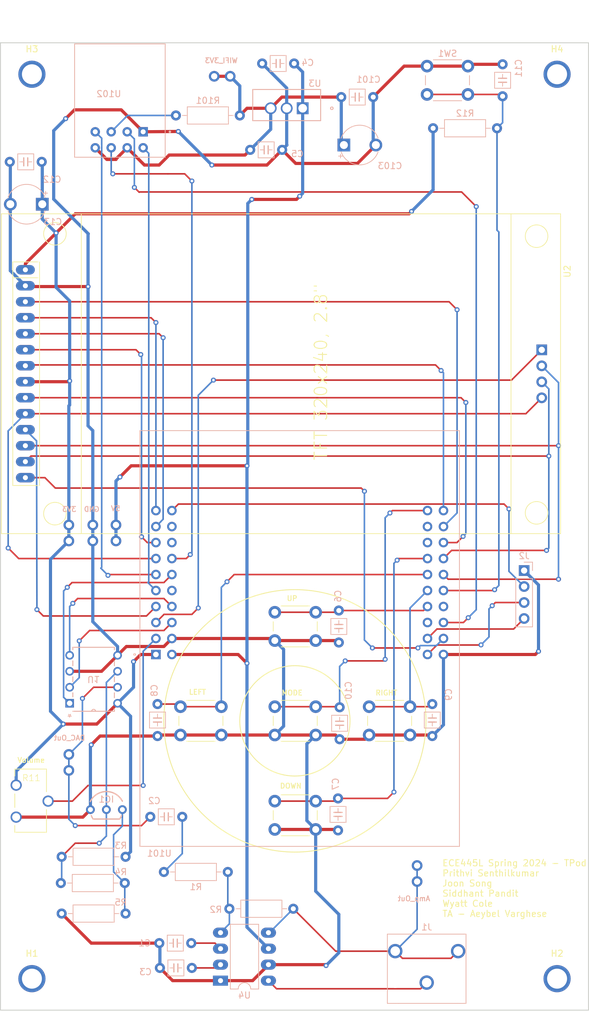
<source format=kicad_pcb>
(kicad_pcb (version 20221018) (generator pcbnew)
  (title_block (title "ECE 445L Baseline Project") (date "2023-12-11") (rev "v1.0.0") (company "The University of Texas at Austin"))
  (layers (0 "F.Cu" signal) (31 "B.Cu" signal) (34 "B.Paste" user) (35 "F.Paste" user) (36 "B.SilkS" user "B.Silkscreen") (37 "F.SilkS" user "F.Silkscreen") (38 "B.Mask" user) (39 "F.Mask" user) (44 "Edge.Cuts" user))
  (net 0 "")
  (net 1 "/WIFI_3V3")
  (net 2 "GND")
  (net 3 "+3V3")
  (net 4 "Net-(U102-IO0)")
  (net 5 "/SW_UP")
  (net 6 "/SW_DOWN")
  (net 7 "/SW_LEFT")
  (net 8 "/SW_RIGHT")
  (net 9 "/SW_MODE")
  (net 10 "Net-(J1-sleeve)")
  (net 11 "/SDC_CS")
  (net 12 "/WIFI_TXD")
  (net 13 "/WIFI_RXD")
  (net 14 "/SS2_SCLK")
  (net 15 "/TFT_MOSI")
  (net 16 "/TFT_D{slash}C")
  (net 17 "/TFT_RST")
  (net 18 "/Touch_CS")
  (net 19 "/WIFI_IO2")
  (net 21 "/SS2_TX")
  (net 22 "/SS2_RX")
  (net 23 "/TFT_MISO")
  (net 24 "/TFT_CS")
  (net 25 "/TFT_SCK")
  (net 26 "+5V")
  (net 28 "/~{WIFI_RST}")
  (net 34 "Net-(C2-Pad1)")
  (net 35 "/DAC_Out")
  (net 36 "/RST")
  (net 37 "Net-(IC1-Pad1)")
  (net 38 "/VREF")
  (net 39 "/Volume_Ctrl")
  (net 40 "/RED_LED")
  (net 41 "/BLUE_LED")
  (net 42 "/GREEN_LED")
  (net 43 "/Amp_Out")
  (net 44 "/SSI1_TX")
  (net 45 "/SS1_SCLK")
  (net 46 "/SS1_FS")
  (net 47 "/Touch_IRQ")
  (net 48 "Net-(U4-FC1)")
  (net 49 "Net-(U4-FC2)")
  (net 50 "Net-(U4-VIN)")
  (footprint "ECE445L:MountingHole_4_40" (layer "F.Cu") (at 104.106 25.205)
    (fp_text reference "H3")
    (fp_text value "~")
  )
  (footprint "Button_Switch_THT:SW_PUSH_6mm" (layer "F.Cu") (at 130.975 127.91 180)
    (fp_text reference "SW103" hide)
    (fp_text value "LEFT")
  )
  (footprint "Button_Switch_THT:SW_PUSH_6mm" (layer "F.Cu") (at 145.975 112.91 180)
    (fp_text reference "SW101" hide)
    (fp_text value "UP")
  )
  (footprint "Button_Switch_THT:SW_PUSH_6mm" (layer "F.Cu") (at 145.975 142.91 180)
    (fp_text reference "SW102" hide)
    (fp_text value "DOWN")
  )
  (footprint "ECE445L:MountingHole_4_40" (layer "F.Cu") (at 187.606 168.862)
    (fp_text reference "H2")
    (fp_text value "~")
  )
  (footprint "ECE445L:MountingHole_4_40" (layer "F.Cu") (at 104.106 168.862)
    (fp_text reference "H1")
    (fp_text value "~")
  )
  (footprint "ECE445L:TFT-320x240" (layer "F.Cu") (at 103.066 72.771 -90)
    (fp_text reference "U2")
    (fp_text value "ILI_Display")
  )
  (footprint "Button_Switch_THT:SW_PUSH_6mm" (layer "F.Cu") (at 145.975 127.91 180)
    (fp_text reference "SW105" hide)
    (fp_text value "MODE")
  )
  (footprint "ECE445L:MountingHole_4_40" (layer "F.Cu") (at 187.606 25.205)
    (fp_text reference "H4")
    (fp_text value "~")
  )
  (footprint "Button_Switch_THT:SW_PUSH_6mm" (layer "F.Cu") (at 160.975 127.91 180)
    (fp_text reference "SW104" hide)
    (fp_text value "RIGHT")
  )
  (footprint "ECE445L:Potentiometer" (layer "F.Cu") (at 102.87 140.6595)
    (fp_text reference "R11")
    (fp_text value "10k")
  )
  (footprint "ECE445L:ti_LM4041CILPR" (layer "B.Cu") (at 115.947 142.008 180)
    (fp_text reference "IC1")
    (fp_text value "LM4041CILPR")
  )
  (footprint "Resistor_THT:R_Axial_DIN0207_L6.3mm_D2.5mm_P10.16mm_Horizontal" (layer "B.Cu") (at 135.505 157.756)
    (fp_text reference "R2")
    (fp_text value "10k")
  )
  (footprint "Resistor_THT:R_Axial_DIN0207_L6.3mm_D2.5mm_P10.16mm_Horizontal" (layer "B.Cu") (at 125.091 151.914)
    (fp_text reference "R1")
    (fp_text value "20k")
  )
  (footprint "ECE445L:CP_Radial_Tantal200mil" (layer "B.Cu") (at 153.71 36.449)
    (fp_text reference "C103")
    (fp_text value "4.7uF")
  )
  (footprint "ECE445L:C_Axial_200mil" (layer "B.Cu") (at 145.796 23.495 180)
    (fp_text reference "C4")
    (fp_text value "4.7uF")
  )
  (footprint "ECE445L:Jack_3.5mm_CUI_SJ1-3523N_Horizontal" (layer "B.Cu") (at 166.874 169.487 180)
    (fp_text reference "J1")
    (fp_text value "AudioJack")
  )
  (footprint "Resistor_THT:R_Axial_DIN0207_L6.3mm_D2.5mm_P10.16mm_Horizontal" (layer "B.Cu") (at 118.995 149.501 180)
    (fp_text reference "R3")
    (fp_text value "2k")
  )
  (footprint "ECE445L:C_Axial_200mil" (layer "B.Cu") (at 178.943 28.702 90)
    (fp_text reference "C11")
    (fp_text value "0.1uF")
  )
  (footprint "ECE445L:Testpoint_1x02_P2.54mm" (layer "B.Cu") (at 117.471 96.791 180)
    (fp_text reference "TP4" hide)
    (fp_text value "TP" hide)
  )
  (footprint "ECE445L:C_Axial_200mil" (layer "B.Cu") (at 138.811 37.211)
    (fp_text reference "C5")
    (fp_text value "4.7uF")
  )
  (footprint "ECE445L:C_Axial_200mil" (layer "B.Cu") (at 152.904 110.385 -90)
    (fp_text reference "C6")
    (fp_text value "0.1uF")
  )
  (footprint "Resistor_THT:R_Axial_DIN0207_L6.3mm_D2.5mm_P10.16mm_Horizontal" (layer "B.Cu") (at 118.995 158.518 180)
    (fp_text reference "R5")
    (fp_text value "10k")
  )
  (footprint "ECE445L:C_Axial_200mil" (layer "B.Cu") (at 129.4415 163.217 180)
    (fp_text reference "C1")
    (fp_text value "1uF")
  )
  (footprint "ECE445L:ul_TLV5616CP" (layer "B.Cu") (at 117.725 117.497)
    (fp_text reference "U1")
    (fp_text value "TLV5616CP")
  )
  (footprint "Button_Switch_THT:SW_PUSH_6mm" (layer "B.Cu") (at 173.428 23.912 180)
    (fp_text reference "SW1")
    (fp_text value "RESET")
  )
  (footprint "ECE445L:C_Axial_200mil" (layer "B.Cu") (at 128.012 143.151 180)
    (fp_text reference "C2")
    (fp_text value "0.1uF")
  )
  (footprint "ECE445L:C_Axial_200mil" (layer "B.Cu") (at 153.031 125.752 -90)
    (fp_text reference "C10")
    (fp_text value "0.1uF")
  )
  (footprint "ECE445L:C_Axial_200mil" (layer "B.Cu") (at 105.664 39.116 180)
    (fp_text reference "C12")
    (fp_text value "100nF")
  )
  (footprint "Resistor_THT:R_Axial_DIN0207_L6.3mm_D2.5mm_P10.16mm_Horizontal" (layer "B.Cu") (at 137.16 31.75 180)
    (fp_text reference "R101")
    (fp_text value "10k")
  )
  (footprint "Resistor_THT:R_Axial_DIN0207_L6.3mm_D2.5mm_P10.16mm_Horizontal" (layer "B.Cu") (at 178.054 33.782 180)
    (fp_text reference "R12")
    (fp_text value "10k")
  )
  (footprint "ECE445L:PinHeader_1x04_P2.54mm_Vertical" (layer "B.Cu") (at 182.368 104.035 180)
    (fp_text reference "J2")
    (fp_text value "Header_4")
  )
  (footprint "ECE445L:Testpoint_1x02_P2.54mm" (layer "B.Cu") (at 133.091 25.527 -90)
    (fp_text reference "TP7" hide)
    (fp_text value "TP" hide)
  )
  (footprint "ECE445L:DIP-8_W7.62mm_LongPads" (layer "B.Cu") (at 134.093 169.176)
    (fp_text reference "U4")
    (fp_text value "MCP34119P")
  )
  (footprint "ECE445L:C_Axial_200mil" (layer "B.Cu") (at 129.536 167.154 180)
    (fp_text reference "C3")
    (fp_text value "4.7uF")
  )
  (footprint "ECE445L:Testpoint_1x02_P2.54mm" (layer "B.Cu") (at 113.788 96.796 180)
    (fp_text reference "TP6" hide)
    (fp_text value "TP" hide)
  )
  (footprint "ECE445L:Testpoint_1x02_P2.54mm" (layer "B.Cu") (at 165.35 150.893 180)
    (fp_text reference "TP3" hide)
    (fp_text value "TP" hide)
  )
  (footprint "ECE445L:ai_thinker_ESP8266_01" (layer "B.Cu") (at 117.983 26.035 180)
    (fp_text reference "U102")
    (fp_text value "ESP8266-01/ESP-01")
  )
  (footprint "ECE445L:C_Axial_200mil" (layer "B.Cu") (at 124.075 125.244 -90)
    (fp_text reference "C8")
    (fp_text value "0.1uF")
  )
  (footprint "ECE445L:LM2937" (layer "B.Cu") (at 147.1549 30.607 180)
    (fp_text reference "U3")
    (fp_text value "LM2937xMP")
  )
  (footprint "ECE445L:C_Axial_200mil" (layer "B.Cu") (at 167.763 125.244 -90)
    (fp_text reference "C9")
    (fp_text value "0.1uF")
  )
  (footprint "ECE445L:ti_EKTM4C123GXL" (layer "B.Cu") (at 146.681 114.83)
    (fp_text reference "U101")
    (fp_text value "EK-TM4C123GXL")
  )
  (footprint "Resistor_THT:R_Axial_DIN0207_L6.3mm_D2.5mm_P10.16mm_Horizontal" (layer "B.Cu") (at 108.708 153.672903)
    (fp_text reference "R4")
    (fp_text value "47k")
  )
  (footprint "ECE445L:C_Axial_200mil" (layer "B.Cu") (at 152.777 140.23 -90)
    (fp_text reference "C7")
    (fp_text value "0.1uF")
  )
  (footprint "ECE445L:Testpoint_1x02_P2.54mm" (layer "B.Cu") (at 109.978 133.245 180)
    (fp_text reference "TP2" hide)
    (fp_text value "TP" hide)
  )
  (footprint "ECE445L:Testpoint_1x02_P2.54mm" (layer "B.Cu") (at 109.978 96.796 180)
    (fp_text reference "TP5" hide)
    (fp_text value "TP" hide)
  )
  (footprint "ECE445L:C_Axial_200mil" (layer "B.Cu") (at 153.289 28.829)
    (fp_text reference "C101")
    (fp_text value "100nF")
  )
  (footprint "ECE445L:CP_Radial_Tantal200mil" (layer "B.Cu") (at 105.751 45.847 180)
    (fp_text reference "C13")
    (fp_text value "4.7uF")
  )
  (gr_circle (center 145.919 127.911) (end 163.826 138.579) (stroke (width 0.15)) (fill none) (layer "F.SilkS"))
  (gr_circle (center 145.919 127.911) (end 137.156 128.038) (stroke (width 0.15)) (fill none) (layer "F.SilkS"))
  (gr_rect (start 99.106 20.205) (end 192.606 173.862) (stroke (width 0.15)) (fill none) (layer "Edge.Cuts"))
  (gr_text "5V" (at 118.233 94.637) (layer "B.SilkS") (effects (font (size 0.8 0.8) (thickness 0.15) bold) (justify left bottom mirror)))
  (gr_text "WIFI_3V3" (at 136.906 23.495) (layer "B.SilkS") (effects (font (size 0.8 0.8) (thickness 0.15) bold) (justify left bottom mirror)))
  (gr_text "3V3" (at 111.248 94.764) (layer "B.SilkS") (effects (font (size 0.8 0.8) (thickness 0.15) bold) (justify left bottom mirror)))
  (gr_text "DAC_Out" (at 112.645 131.086) (layer "B.SilkS") (effects (font (size 0.8 0.8) (thickness 0.15) bold) (justify left bottom mirror)))
  (gr_text "Amp_Out" (at 167.509 156.613) (layer "B.SilkS") (effects (font (size 0.8 0.8) (thickness 0.15) bold) (justify left bottom mirror)))
  (gr_text "GND" (at 114.931 94.764) (layer "B.SilkS") (effects (font (size 0.8 0.8) (thickness 0.15) bold) (justify left bottom mirror)))
  (gr_text "ECE445L Spring 2024 - TPod\nPrithvi Senthilkumar\nJoon Song\nSiddhant Pandit\nWyatt Cole\nTA - Aeybel Varghese" (at 169.291 159.131) (layer "F.SilkS") (effects (font (size 1 1) (thickness 0.15) bold) (justify left bottom)))
  (gr_text "Volume" (at 101.727 134.62) (layer "F.SilkS") (effects (font (size 0.8 0.8) (thickness 0.15) bold) (justify left bottom)))
  (segment (start 135.631 25.527) (end 133.091 25.527) (width 0.5) (layer "F.Cu") (net 1))
  (segment (start 119.253 36.885) (end 117.475 38.663) (width 0.5) (layer "F.Cu") (net 1))
  (segment (start 116.023 38.735) (end 114.173 36.885) (width 0.5) (layer "F.Cu") (net 1))
  (segment (start 125.922 38.035) (end 124.333 39.624) (width 0.5) (layer "F.Cu") (net 1))
  (segment (start 137.987 38.035) (end 125.922 38.035) (width 0.5) (layer "F.Cu") (net 1))
  (segment (start 124.333 39.624) (end 121.992 39.624) (width 0.5) (layer "F.Cu") (net 1))
  (segment (start 121.992 39.624) (end 119.253 36.885) (width 0.5) (layer "F.Cu") (net 1))
  (segment (start 142.0749 30.607) (end 143.8529 28.829) (width 0.5) (layer "F.Cu") (net 1))
  (segment (start 138.811 37.211) (end 137.987 38.035) (width 0.5) (layer "F.Cu") (net 1))
  (segment (start 117.475 38.735) (end 116.023 38.735) (width 0.5) (layer "F.Cu") (net 1))
  (segment (start 117.475 38.663) (end 117.475 38.735) (width 0.5) (layer "F.Cu") (net 1))
  (segment (start 142.0749 30.607) (end 138.303 30.607) (width 0.5) (layer "F.Cu") (net 1))
  (segment (start 143.8529 28.829) (end 153.289 28.829) (width 0.5) (layer "F.Cu") (net 1))
  (segment (start 138.303 30.607) (end 137.16 31.75) (width 0.5) (layer "F.Cu") (net 1))
  (segment (start 153.289 28.829) (end 153.289 36.028) (width 0.5) (layer "B.Cu") (net 1))
  (segment (start 142.0749 30.607) (end 142.0749 33.9471) (width 0.5) (layer "B.Cu") (net 1))
  (segment (start 137.16 27.056) (end 135.631 25.527) (width 0.5) (layer "B.Cu") (net 1))
  (segment (start 153.289 36.028) (end 153.71 36.449) (width 0.5) (layer "B.Cu") (net 1))
  (segment (start 142.0749 33.9471) (end 138.811 37.211) (width 0.5) (layer "B.Cu") (net 1))
  (segment (start 137.16 31.75) (end 137.16 27.056) (width 0.5) (layer "B.Cu") (net 1))
  (segment (start 134.093 169.176) (end 126.478 169.176) (width 0.5) (layer "F.Cu") (net 2))
  (segment (start 169.541 117.37) (end 184.146 117.37) (width 0.5) (layer "F.Cu") (net 2))
  (segment (start 132.715 39.624) (end 141.478 39.624) (width 0.5) (layer "F.Cu") (net 2))
  (segment (start 126.478 169.176) (end 124.456 167.154) (width 0.5) (layer "F.Cu") (net 2))
  (segment (start 157.053 130.832) (end 157.725 130.16) (width 0.5) (layer "F.Cu") (net 2))
  (segment (start 166.928 23.912) (end 163.286 23.912) (width 0.5) (layer "F.Cu") (net 2))
  (segment (start 150.872 166.773) (end 150.735 166.636) (width 0.5) (layer "F.Cu") (net 2))
  (segment (start 126.361 114.83) (end 142.395 114.83) (width 0.5) (layer "F.Cu") (net 2))
  (segment (start 114.931 130.324) (end 113.534 131.721) (width 0.5) (layer "F.Cu") (net 2))
  (segment (start 141.713 166.661) (end 139.198 169.176) (width 0.5) (layer "F.Cu") (net 2))
  (segment (start 109.474 32.258) (end 110.871 30.861) (width 0.5) (layer "F.Cu") (net 2))
  (segment (start 142.725 130.16) (end 134.225 130.16) (width 0.5) (layer "F.Cu") (net 2))
  (segment (start 149.225 145.16) (end 142.725 145.16) (width 0.5) (layer "F.Cu") (net 2))
  (segment (start 149.225 145.16) (end 152.627 145.16) (width 0.5) (layer "F.Cu") (net 2))
  (segment (start 113.407 142.008) (end 112.2155 143.1995) (width 0.5) (layer "F.Cu") (net 2))
  (segment (start 164.225 130.16) (end 167.599 130.16) (width 0.5) (layer "F.Cu") (net 2))
  (segment (start 119.122 116.1) (end 125.091 116.1) (width 0.5) (layer "F.Cu") (net 2))
  (segment (start 173.718 23.622) (end 173.428 23.912) (width 0.5) (layer "F.Cu") (net 2))
  (segment (start 118.309 30.861) (end 121.793 34.345) (width 0.5) (layer "F.Cu") (net 2))
  (segment (start 124.239 130.16) (end 124.075 130.324) (width 0.5) (layer "F.Cu") (net 2))
  (segment (start 117.725 117.497) (end 115.185 120.037) (width 0.5) (layer "F.Cu") (net 2))
  (segment (start 141.713 166.636) (end 141.713 166.661) (width 0.5) (layer "F.Cu") (net 2))
  (segment (start 142.395 114.83) (end 142.725 115.16) (width 0.5) (layer "F.Cu") (net 2))
  (segment (start 124.3615 163.217) (end 113.534 163.217) (width 0.5) (layer "F.Cu") (net 2))
  (segment (start 152.599 115.16) (end 152.904 115.465) (width 0.5) (layer "F.Cu") (net 2))
  (segment (start 110.871 30.861) (end 118.309 30.861) (width 0.5) (layer "F.Cu") (net 2))
  (segment (start 115.185 120.037) (end 110.105 120.037) (width 0.5) (layer "F.Cu") (net 2))
  (segment (start 143.891 37.211) (end 146.05 39.37) (width 0.5) (layer "F.Cu") (net 2))
  (segment (start 149.225 130.16) (end 152.359 130.16) (width 0.5) (layer "F.Cu") (net 2))
  (segment (start 121.793 34.345) (end 127.381 34.29) (width 0.5) (layer "F.Cu") (net 2))
  (segment (start 141.478 39.624) (end 143.891 37.211) (width 0.5) (layer "F.Cu") (net 2))
  (segment (start 173.428 23.912) (end 166.928 23.912) (width 0.5) (layer "F.Cu") (net 2))
  (segment (start 125.091 116.1) (end 126.361 114.83) (width 0.5) (layer "F.Cu") (net 2))
  (segment (start 150.735 166.636) (end 141.713 166.636) (width 0.5) (layer "F.Cu") (net 2))
  (segment (start 163.286 23.912) (end 158.369 28.829) (width 0.5) (layer "F.Cu") (net 2))
  (segment (start 113.534 163.217) (end 108.835 158.518) (width 0.5) (layer "F.Cu") (net 2))
  (segment (start 157.725 130.16) (end 164.225 130.16) (width 0.5) (layer "F.Cu") (net 2))
  (segment (start 117.725 117.497) (end 119.122 116.1) (width 0.5) (layer "F.Cu") (net 2))
  (segment (start 178.943 23.622) (end 173.718 23.622) (width 0.5) (layer "F.Cu") (net 2))
  (segment (start 139.198 169.176) (end 134.093 169.176) (width 0.5) (layer "F.Cu") (net 2))
  (segment (start 142.725 130.16) (end 149.225 130.16) (width 0.5) (layer "F.Cu") (net 2))
  (segment (start 152.627 145.16) (end 152.777 145.31) (width 0.5) (layer "F.Cu") (net 2))
  (segment (start 152.359 130.16) (end 153.031 130.832) (width 0.5) (layer "F.Cu") (net 2))
  (segment (start 167.599 130.16) (end 167.763 130.324) (width 0.5) (layer "F.Cu") (net 2))
  (segment (start 184.146 117.37) (end 184.654 116.862) (width 0.5) (layer "F.Cu") (net 2))
  (segment (start 149.225 115.16) (end 152.599 115.16) (width 0.5) (layer "F.Cu") (net 2))
  (segment (start 155.869 39.37) (end 158.79 36.449) (width 0.5) (layer "F.Cu") (net 2))
  (segment (start 113.03 58.928) (end 103.721 58.928) (width 0.5) (layer "F.Cu") (net 2))
  (segment (start 146.05 39.37) (end 155.869 39.37) (width 0.5) (layer "F.Cu") (net 2))
  (segment (start 127.381 34.29) (end 127.436 34.345) (width 0.5) (layer "F.Cu") (net 2))
  (segment (start 142.725 115.16) (end 149.225 115.16) (width 0.5) (layer "F.Cu") (net 2))
  (segment (start 134.225 130.16) (end 127.725 130.16) (width 0.5) (layer "F.Cu") (net 2))
  (segment (start 127.725 130.16) (end 124.239 130.16) (width 0.5) (layer "F.Cu") (net 2))
  (segment (start 124.075 130.324) (end 114.931 130.324) (width 0.5) (layer "F.Cu") (net 2))
  (segment (start 112.2155 143.1995) (end 101.6 143.1995) (width 0.5) (layer "F.Cu") (net 2))
  (segment (start 153.031 130.832) (end 157.053 130.832) (width 0.5) (layer "F.Cu") (net 2))
  (via (at 109.474 32.258) (size 0.8) (drill 0.4) (layers "F.Cu" "B.Cu") (net 2))
  (via (at 132.715 39.624) (size 0.8) (drill 0.4) (layers "F.Cu" "B.Cu") (net 2))
  (via (at 113.534 131.721) (size 0.8) (drill 0.4) (layers "F.Cu" "B.Cu") (net 2))
  (via (at 127.381 34.29) (size 0.8) (drill 0.4) (layers "F.Cu" "B.Cu") (net 2))
  (via (at 113.03 58.928) (size 0.8) (drill 0.4) (layers "F.Cu" "B.Cu") (net 2))
  (via (at 150.872 166.773) (size 0.8) (drill 0.4) (layers "F.Cu" "B.Cu") (net 2))
  (via (at 184.654 116.862) (size 0.8) (drill 0.4) (layers "F.Cu" "B.Cu") (net 2))
  (segment (start 152.904 164.741) (end 150.872 166.773) (width 0.5) (layer "B.Cu") (net 2))
  (segment (start 144.6149 27.3939) (end 140.716 23.495) (width 0.5) (layer "B.Cu") (net 2))
  (segment (start 113.407 131.848) (end 113.407 142.008) (width 0.5) (layer "B.Cu") (net 2))
  (segment (start 113.07 50.546) (end 107.569 45.045) (width 0.5) (layer "B.Cu") (net 2))
  (segment (start 169.541 128.546) (end 169.541 117.37) (width 0.5) (layer "B.Cu") (net 2))
  (segment (start 113.788 81.81) (end 113.788 96.796) (width 0.5) (layer "B.Cu") (net 2))
  (segment (start 100.671 45.847) (end 100.671 39.203) (width 0.5) (layer "B.Cu") (net 2))
  (segment (start 152.904 158.645) (end 152.904 164.741) (width 0.5) (layer "B.Cu") (net 2))
  (segment (start 113.534 131.721) (end 113.407 131.848) (width 0.5) (layer "B.Cu") (net 2))
  (segment (start 113.788 99.336) (end 113.788 96.796) (width 0.5) (layer "B.Cu") (net 2))
  (segment (start 107.569 45.045) (end 107.569 34.163) (width 0.5) (layer "B.Cu") (net 2))
  (segment (start 144.6149 36.4109) (end 144.6149 30.607) (width 0.5) (layer "B.Cu") (net 2))
  (segment (start 100.671 39.203) (end 100.584 39.116) (width 0.5) (layer "B.Cu") (net 2))
  (segment (start 113.03 58.928) (end 113.03 50.586) (width 0.5) (layer "B.Cu") (net 2))
  (segment (start 113.03 81.052) (end 113.788 81.81) (width 0.5) (layer "B.Cu") (net 2))
  (segment (start 158.369 28.829) (end 158.369 36.028) (width 0.5) (layer "B.Cu") (net 2))
  (segment (start 144.6149 30.607) (end 144.6149 27.3939) (width 0.5) (layer "B.Cu") (net 2))
  (segment (start 149.225 154.966) (end 152.904 158.645) (width 0.5) (layer "B.Cu") (net 2))
  (segment (start 144.125 116.56) (end 144.125 128.76) (width 0.5) (layer "B.Cu") (net 2))
  (segment (start 113.03 50.586) (end 113.07 50.546) (width 0.5) (layer "B.Cu") (net 2))
  (segment (start 184.654 106.321) (end 182.368 104.035) (width 0.5) (layer "B.Cu") (net 2))
  (segment (start 117.725 117.497) (end 117.725 116.1) (width 0.5) (layer "B.Cu") (net 2))
  (segment (start 144.125 128.76) (end 142.725 130.16) (width 0.5) (layer "B.Cu") (net 2))
  (segment (start 144.653 36.449) (end 144.6149 36.4109) (width 0.5) (layer "B.Cu") (net 2))
  (segment (start 142.725 115.16) (end 144.125 116.56) (width 0.5) (layer "B.Cu") (net 2))
  (segment (start 127.381 34.29) (end 132.715 39.624) (width 0.5) (layer "B.Cu") (net 2))
  (segment (start 149.225 145.16) (end 149.225 154.966) (width 0.5) (layer "B.Cu") (net 2))
  (segment (start 143.891 37.211) (end 144.653 36.449) (width 0.5) (layer "B.Cu") (net 2))
  (segment (start 124.456 163.3115) (end 124.3615 163.217) (width 0.5) (layer "B.Cu") (net 2))
  (segment (start 100.671 56.406) (end 100.671 45.847) (width 0.5) (layer "B.Cu") (net 2))
  (segment (start 149.225 130.16) (end 147.825 131.56) (width 0.5) (layer "B.Cu") (net 2))
  (segment (start 184.654 116.862) (end 184.654 106.321) (width 0.5) (layer "B.Cu") (net 2))
  (segment (start 147.825 143.76) (end 149.225 145.16) (width 0.5) (layer "B.Cu") (net 2))
  (segment (start 103.066 58.801) (end 100.671 56.406) (width 0.5) (layer "B.Cu") (net 2))
  (segment (start 113.03 58.928) (end 113.03 81.052) (width 0.5) (layer "B.Cu") (net 2))
  (segment (start 113.788 112.163) (end 113.788 99.336) (width 0.5) (layer "B.Cu") (net 2))
  (segment (start 147.825 131.56) (end 147.825 143.76) (width 0.5) (layer "B.Cu") (net 2))
  (segment (start 117.725 116.1) (end 113.788 112.163) (width 0.5) (layer "B.Cu") (net 2))
  (segment (start 158.369 36.028) (end 158.79 36.449) (width 0.5) (layer "B.Cu") (net 2))
  (segment (start 107.569 34.163) (end 109.474 32.258) (width 0.5) (layer "B.Cu") (net 2))
  (segment (start 124.456 167.154) (end 124.456 163.3115) (width 0.5) (layer "B.Cu") (net 2))
  (segment (start 167.763 130.324) (end 169.541 128.546) (width 0.5) (layer "B.Cu") (net 2))
  (segment (start 110.998 47.371) (end 164.084 47.371) (width 0.5) (layer "F.Cu") (net 3))
  (segment (start 107.95 50.419) (end 103.066 55.303) (width 0.5) (layer "F.Cu") (net 3))
  (segment (start 110.109 73.914) (end 109.982 74.041) (width 0.5) (layer "F.Cu") (net 3))
  (segment (start 164.084 47.371) (end 164.465 46.99) (width 0.5) (layer "F.Cu") (net 3))
  (segment (start 114.423 128.419) (end 109.089 128.419) (width 0.5) (layer "F.Cu") (net 3))
  (segment (start 107.95 50.419) (end 107.823 50.292) (width 0.5) (layer "F.Cu") (net 3))
  (segment (start 109.982 74.041) (end 103.594 74.041) (width 0.5) (layer "F.Cu") (net 3))
  (segment (start 121.408 117.37) (end 120.265 118.513) (width 0.5) (layer "F.Cu") (net 3))
  (segment (start 123.821 117.37) (end 121.408 117.37) (width 0.5) (layer "F.Cu") (net 3))
  (segment (start 103.066 55.303) (end 103.066 55.733) (width 0.5) (layer "F.Cu") (net 3))
  (segment (start 117.725 125.117) (end 114.423 128.419) (width 0.5) (layer "F.Cu") (net 3))
  (segment (start 107.95 50.419) (end 110.998 47.371) (width 0.5) (layer "F.Cu") (net 3))
  (via (at 107.95 50.419) (size 0.8) (drill 0.4) (layers "F.Cu" "B.Cu") (net 3))
  (via (at 120.265 118.513) (size 0.8) (drill 0.4) (layers "F.Cu" "B.Cu") (net 3))
  (via (at 164.465 46.99) (size 0.8) (drill 0.4) (layers "F.Cu" "B.Cu") (net 3))
  (via (at 109.089 128.419) (size 0.8) (drill 0.4) (layers "F.Cu" "B.Cu") (net 3))
  (via (at 110.109 73.914) (size 0.8) (drill 0.4) (layers "F.Cu" "B.Cu") (net 3))
  (segment (start 107.95 50.419) (end 107.95 50.586) (width 0.5) (layer "B.Cu") (net 3))
  (segment (start 107.95 59.055) (end 107.95 50.419) (width 0.5) (layer "B.Cu") (net 3))
  (segment (start 107.057 126.387) (end 107.057 102.257) (width 0.5) (layer "B.Cu") (net 3))
  (segment (start 120.265 122.577) (end 117.725 125.117) (width 0.5) (layer "B.Cu") (net 3))
  (segment (start 105.751 45.847) (end 105.751 39.203) (width 0.5) (layer "B.Cu") (net 3))
  (segment (start 110.109 77.742) (end 109.978 77.873) (width 0.5) (layer "B.Cu") (net 3))
  (segment (start 107.057 102.257) (end 109.978 99.336) (width 0.5) (layer "B.Cu") (net 3))
  (segment (start 164.465 46.99) (end 167.894 43.561) (width 0.5) (layer "B.Cu") (net 3))
  (segment (start 105.751 48.22) (end 105.751 45.847) (width 0.5) (layer "B.Cu") (net 3))
  (segment (start 109.978 99.336) (end 109.978 96.796) (width 0.5) (layer "B.Cu") (net 3))
  (segment (start 119.794999 127.186999) (end 119.794999 148.701001) (width 0.5) (layer "B.Cu") (net 3))
  (segment (start 107.95 50.419) (end 105.751 48.22) (width 0.5) (layer "B.Cu") (net 3))
  (segment (start 110.109 73.914) (end 110.109 77.742) (width 0.5) (layer "B.Cu") (net 3))
  (segment (start 101.6 135.908) (end 101.6 138.1195) (width 0.5) (layer "B.Cu") (net 3))
  (segment (start 167.894 43.561) (end 167.894 33.782) (width 0.5) (layer "B.Cu") (net 3))
  (segment (start 110.109 73.914) (end 110.109 61.214) (width 0.5) (layer "B.Cu") (net 3))
  (segment (start 105.751 39.203) (end 105.664 39.116) (width 0.5) (layer "B.Cu") (net 3))
  (segment (start 117.725 125.117) (end 119.794999 127.186999) (width 0.5) (layer "B.Cu") (net 3))
  (segment (start 109.978 77.873) (end 109.978 96.796) (width 0.5) (layer "B.Cu") (net 3))
  (segment (start 110.109 61.214) (end 107.95 59.055) (width 0.5) (layer "B.Cu") (net 3))
  (segment (start 109.089 128.419) (end 107.057 126.387) (width 0.5) (layer "B.Cu") (net 3))
  (segment (start 109.089 128.419) (end 101.6 135.908) (width 0.5) (layer "B.Cu") (net 3))
  (segment (start 120.265 118.513) (end 120.265 122.577) (width 0.5) (layer "B.Cu") (net 3))
  (segment (start 119.794999 148.701001) (end 118.995 149.501) (width 0.5) (layer "B.Cu") (net 3))
  (segment (start 119.308 31.75) (end 127 31.75) (width 0.25) (layer "B.Cu") (net 4))
  (segment (start 116.713 34.345) (end 119.308 31.75) (width 0.25) (layer "B.Cu") (net 4))
  (segment (start 142.725 110.66) (end 149.225 110.66) (width 0.25) (layer "F.Cu") (net 5))
  (segment (start 152.629 110.66) (end 152.904 110.385) (width 0.25) (layer "F.Cu") (net 5))
  (segment (start 166.366 110.385) (end 167.001 109.75) (width 0.25) (layer "F.Cu") (net 5))
  (segment (start 152.904 110.385) (end 166.366 110.385) (width 0.25) (layer "F.Cu") (net 5))
  (segment (start 149.225 110.66) (end 152.629 110.66) (width 0.25) (layer "F.Cu") (net 5))
  (segment (start 149.225 140.66) (end 152.347 140.66) (width 0.25) (layer "F.Cu") (net 6))
  (segment (start 161.667 139.214) (end 160.651 140.23) (width 0.25) (layer "F.Cu") (net 6))
  (segment (start 162.429 102.13) (end 167.001 102.13) (width 0.25) (layer "F.Cu") (net 6))
  (segment (start 162.175 102.384) (end 162.429 102.13) (width 0.25) (layer "F.Cu") (net 6))
  (segment (start 160.651 140.23) (end 152.777 140.23) (width 0.25) (layer "F.Cu") (net 6))
  (segment (start 152.347 140.66) (end 152.777 140.23) (width 0.25) (layer "F.Cu") (net 6))
  (segment (start 142.725 140.66) (end 149.225 140.66) (width 0.25) (layer "F.Cu") (net 6))
  (via (at 161.667 139.214) (size 0.8) (drill 0.4) (layers "F.Cu" "B.Cu") (net 6))
  (via (at 162.175 102.384) (size 0.8) (drill 0.4) (layers "F.Cu" "B.Cu") (net 6))
  (segment (start 161.667 102.892) (end 162.175 102.384) (width 0.25) (layer "B.Cu") (net 6))
  (segment (start 161.667 139.214) (end 161.667 102.892) (width 0.25) (layer "B.Cu") (net 6))
  (segment (start 135.124 105.813) (end 136.267 104.67) (width 0.25) (layer "F.Cu") (net 7))
  (segment (start 127.309 125.244) (end 127.725 125.66) (width 0.25) (layer "F.Cu") (net 7))
  (segment (start 124.075 125.244) (end 127.309 125.244) (width 0.25) (layer "F.Cu") (net 7))
  (segment (start 127.725 125.66) (end 134.225 125.66) (width 0.25) (layer "F.Cu") (net 7))
  (segment (start 136.267 104.67) (end 167.001 104.67) (width 0.25) (layer "F.Cu") (net 7))
  (via (at 135.124 105.813) (size 0.8) (drill 0.4) (layers "F.Cu" "B.Cu") (net 7))
  (segment (start 134.225 125.66) (end 134.225 106.712) (width 0.25) (layer "B.Cu") (net 7))
  (segment (start 134.225 106.712) (end 135.124 105.813) (width 0.25) (layer "B.Cu") (net 7))
  (segment (start 167.347 125.66) (end 167.763 125.244) (width 0.25) (layer "F.Cu") (net 8))
  (segment (start 164.225 125.66) (end 167.347 125.66) (width 0.25) (layer "F.Cu") (net 8))
  (segment (start 157.725 125.66) (end 164.225 125.66) (width 0.25) (layer "F.Cu") (net 8))
  (segment (start 164.225 125.66) (end 164.225 109.986) (width 0.25) (layer "B.Cu") (net 8))
  (segment (start 164.225 109.986) (end 167.001 107.21) (width 0.25) (layer "B.Cu") (net 8))
  (segment (start 160.016 118.386) (end 160.27 118.132) (width 0.25) (layer "F.Cu") (net 9))
  (segment (start 152.939 125.66) (end 153.031 125.752) (width 0.25) (layer "F.Cu") (net 9))
  (segment (start 161.032 94.891) (end 161.413 94.51) (width 0.25) (layer "F.Cu") (net 9))
  (segment (start 149.225 125.66) (end 152.939 125.66) (width 0.25) (layer "F.Cu") (net 9))
  (segment (start 161.413 94.51) (end 167.001 94.51) (width 0.25) (layer "F.Cu") (net 9))
  (segment (start 142.725 125.66) (end 149.225 125.66) (width 0.25) (layer "F.Cu") (net 9))
  (segment (start 153.92 118.386) (end 160.016 118.386) (width 0.25) (layer "F.Cu") (net 9))
  (via (at 153.92 118.386) (size 0.8) (drill 0.4) (layers "F.Cu" "B.Cu") (net 9))
  (via (at 161.032 94.891) (size 0.8) (drill 0.4) (layers "F.Cu" "B.Cu") (net 9))
  (via (at 160.27 118.132) (size 0.8) (drill 0.4) (layers "F.Cu" "B.Cu") (net 9))
  (segment (start 160.27 118.132) (end 160.27 95.653) (width 0.25) (layer "B.Cu") (net 9))
  (segment (start 153.031 119.275) (end 153.92 118.386) (width 0.25) (layer "B.Cu") (net 9))
  (segment (start 160.27 95.653) (end 161.032 94.891) (width 0.25) (layer "B.Cu") (net 9))
  (segment (start 153.031 125.752) (end 153.031 119.275) (width 0.25) (layer "B.Cu") (net 9))
  (segment (start 165.895 170.466) (end 166.874 169.487) (width 0.25) (layer "F.Cu") (net 10))
  (segment (start 143.003 170.466) (end 165.895 170.466) (width 0.25) (layer "F.Cu") (net 10))
  (segment (start 141.713 169.176) (end 143.003 170.466) (width 0.25) (layer "F.Cu") (net 10))
  (segment (start 185.166 68.981) (end 180.36 73.787) (width 0.25) (layer "F.Cu") (net 11))
  (segment (start 130.556 109.982) (end 129.54 110.998) (width 0.25) (layer "F.Cu") (net 11))
  (segment (start 180.36 73.787) (end 132.969 73.787) (width 0.25) (layer "F.Cu") (net 11))
  (segment (start 125.113 110.998) (end 123.821 112.29) (width 0.25) (layer "F.Cu") (net 11))
  (segment (start 129.54 110.998) (end 125.113 110.998) (width 0.25) (layer "F.Cu") (net 11))
  (via (at 130.556 109.982) (size 0.8) (drill 0.4) (layers "F.Cu" "B.Cu") (net 11))
  (via (at 132.969 73.787) (size 0.8) (drill 0.4) (layers "F.Cu" "B.Cu") (net 11))
  (segment (start 132.969 73.787) (end 130.556 76.2) (width 0.25) (layer "B.Cu") (net 11))
  (segment (start 130.556 76.2) (end 130.556 109.982) (width 0.25) (layer "B.Cu") (net 11))
  (segment (start 122.682 105.809) (end 122.551 105.94) (width 0.25) (layer "B.Cu") (net 12))
  (segment (start 122.551 105.94) (end 123.821 107.21) (width 0.25) (layer "B.Cu") (net 12))
  (segment (start 122.682 37.774) (end 122.682 105.809) (width 0.25) (layer "B.Cu") (net 12))
  (segment (start 121.793 36.885) (end 122.682 37.774) (width 0.25) (layer "B.Cu") (net 12))
  (segment (start 116.201 104.797) (end 116.328 104.67) (width 0.25) (layer "F.Cu") (net 13))
  (segment (start 116.328 104.67) (end 123.821 104.67) (width 0.25) (layer "F.Cu") (net 13))
  (via (at 116.201 104.797) (size 0.8) (drill 0.4) (layers "F.Cu" "B.Cu") (net 13))
  (segment (start 115.067 103.663) (end 116.201 104.797) (width 0.25) (layer "B.Cu") (net 13))
  (segment (start 114.173 34.345) (end 115.198 35.37) (width 0.25) (layer "B.Cu") (net 13))
  (segment (start 115.198 35.37) (end 115.198 103.532) (width 0.25) (layer "B.Cu") (net 13))
  (segment (start 115.198 103.532) (end 115.067 103.663) (width 0.25) (layer "B.Cu") (net 13))
  (segment (start 185.166 76.601) (end 182.646 79.121) (width 0.25) (layer "F.Cu") (net 14))
  (segment (start 102.003 102.13) (end 123.821 102.13) (width 0.25) (layer "F.Cu") (net 14))
  (segment (start 100.33 100.457) (end 102.003 102.13) (width 0.25) (layer "F.Cu") (net 14))
  (segment (start 182.646 79.121) (end 103.066 79.121) (width 0.25) (layer "F.Cu") (net 14))
  (via (at 100.33 100.457) (size 0.8) (drill 0.4) (layers "F.Cu" "B.Cu") (net 14))
  (segment (start 103.066 79.121) (end 100.33 81.857) (width 0.25) (layer "B.Cu") (net 14))
  (segment (start 100.33 81.857) (end 100.33 100.457) (width 0.25) (layer "B.Cu") (net 14))
  (segment (start 121.412 69.723) (end 120.65 68.961) (width 0.25) (layer "F.Cu") (net 15))
  (segment (start 122.45 99.59) (end 123.821 99.59) (width 0.25) (layer "F.Cu") (net 15))
  (segment (start 121.539 98.679) (end 122.45 99.59) (width 0.25) (layer "F.Cu") (net 15))
  (segment (start 120.65 68.961) (end 103.594 68.961) (width 0.25) (layer "F.Cu") (net 15))
  (via (at 121.539 98.679) (size 0.8) (drill 0.4) (layers "F.Cu" "B.Cu") (net 15))
  (via (at 121.412 69.723) (size 0.8) (drill 0.4) (layers "F.Cu" "B.Cu") (net 15))
  (segment (start 121.539 69.85) (end 121.539 98.679) (width 0.25) (layer "B.Cu") (net 15))
  (segment (start 121.412 69.723) (end 121.539 69.85) (width 0.25) (layer "B.Cu") (net 15))
  (segment (start 124.333 66.421) (end 124.968 67.056) (width 0.25) (layer "F.Cu") (net 16))
  (segment (start 103.594 66.421) (end 124.333 66.421) (width 0.25) (layer "F.Cu") (net 16))
  (via (at 124.968 67.056) (size 0.8) (drill 0.4) (layers "F.Cu" "B.Cu") (net 16))
  (segment (start 124.605 96.266) (end 124.605 96.248) (width 0.25) (layer "B.Cu") (net 16))
  (segment (start 124.605 96.248) (end 124.968 95.885) (width 0.25) (layer "B.Cu") (net 16))
  (segment (start 124.968 67.056) (end 124.968 95.885) (width 0.25) (layer "B.Cu") (net 16))
  (segment (start 124.605 96.266) (end 123.821 97.05) (width 0.25) (layer "B.Cu") (net 16))
  (segment (start 123.821 64.643) (end 123.059 63.881) (width 0.25) (layer "F.Cu") (net 17))
  (segment (start 123.059 63.881) (end 103.594 63.881) (width 0.25) (layer "F.Cu") (net 17))
  (via (at 123.821 64.643) (size 0.8) (drill 0.4) (layers "F.Cu" "B.Cu") (net 17))
  (segment (start 123.821 64.643) (end 123.821 94.51) (width 0.25) (layer "B.Cu") (net 17))
  (segment (start 122.319 111.252) (end 123.821 109.75) (width 0.25) (layer "F.Cu") (net 18))
  (segment (start 104.902 110.236) (end 105.918 111.252) (width 0.25) (layer "F.Cu") (net 18))
  (segment (start 105.918 111.252) (end 122.319 111.252) (width 0.25) (layer "F.Cu") (net 18))
  (via (at 104.902 110.236) (size 0.8) (drill 0.4) (layers "F.Cu" "B.Cu") (net 18))
  (segment (start 103.066 81.661) (end 104.841 83.436) (width 0.25) (layer "B.Cu") (net 18))
  (segment (start 104.841 83.436) (end 104.902 110.236) (width 0.25) (layer "B.Cu") (net 18))
  (segment (start 104.902 110.236) (end 104.841 110.17) (width 0.25) (layer "B.Cu") (net 18))
  (segment (start 120.396 43.18) (end 121.158 43.942) (width 0.25) (layer "F.Cu") (net 19))
  (segment (start 173.478 111.528) (end 172.716 112.29) (width 0.25) (layer "F.Cu") (net 19))
  (segment (start 172.426 43.902) (end 174.752 46.228) (width 0.25) (layer "F.Cu") (net 19))
  (segment (start 172.716 112.29) (end 169.541 112.29) (width 0.25) (layer "F.Cu") (net 19))
  (segment (start 121.198 43.902) (end 172.426 43.902) (width 0.25) (layer "F.Cu") (net 19))
  (segment (start 121.158 43.942) (end 121.198 43.902) (width 0.25) (layer "F.Cu") (net 19))
  (via (at 174.752 46.228) (size 0.8) (drill 0.4) (layers "F.Cu" "B.Cu") (net 19))
  (via (at 120.396 43.18) (size 0.8) (drill 0.4) (layers "F.Cu" "B.Cu") (net 19))
  (via (at 173.478 111.528) (size 0.8) (drill 0.4) (layers "F.Cu" "B.Cu") (net 19))
  (segment (start 120.396 35.488) (end 120.396 43.18) (width 0.25) (layer "B.Cu") (net 19))
  (segment (start 119.253 34.345) (end 120.396 35.488) (width 0.25) (layer "B.Cu") (net 19))
  (segment (start 174.752 110.254) (end 173.478 111.528) (width 0.25) (layer "B.Cu") (net 19))
  (segment (start 174.752 46.228) (end 174.752 110.254) (width 0.25) (layer "B.Cu") (net 19))
  (segment (start 187.833 84.201) (end 103.066 84.201) (width 0.25) (layer "F.Cu") (net 21))
  (segment (start 170.281 105.41) (end 169.541 104.67) (width 0.25) (layer "F.Cu") (net 21))
  (segment (start 187.833 105.41) (end 170.281 105.41) (width 0.25) (layer "F.Cu") (net 21))
  (via (at 187.833 84.201) (size 0.8) (drill 0.4) (layers "F.Cu" "B.Cu") (net 21))
  (via (at 187.833 105.41) (size 0.8) (drill 0.4) (layers "F.Cu" "B.Cu") (net 21))
  (segment (start 187.833 74.188) (end 185.166 71.521) (width 0.25) (layer "B.Cu") (net 21))
  (segment (start 187.833 84.201) (end 187.833 74.188) (width 0.25) (layer "B.Cu") (net 21))
  (segment (start 187.833 84.201) (end 187.833 105.41) (width 0.25) (layer "B.Cu") (net 21))
  (segment (start 170.833 100.838) (end 169.541 102.13) (width 0.25) (layer "F.Cu") (net 22))
  (segment (start 185.928 100.838) (end 170.833 100.838) (width 0.25) (layer "F.Cu") (net 22))
  (segment (start 103.066 86.741) (end 103.955 85.852) (width 0.25) (layer "F.Cu") (net 22))
  (segment (start 103.955 85.852) (end 186.291 85.852) (width 0.25) (layer "F.Cu") (net 22))
  (via (at 186.291 85.852) (size 0.8) (drill 0.4) (layers "F.Cu" "B.Cu") (net 22))
  (via (at 185.928 100.838) (size 0.8) (drill 0.4) (layers "F.Cu" "B.Cu") (net 22))
  (segment (start 186.291 75.186) (end 186.291 85.852) (width 0.25) (layer "B.Cu") (net 22))
  (segment (start 186.291 85.852) (end 186.291 100.475) (width 0.25) (layer "B.Cu") (net 22))
  (segment (start 185.166 74.061) (end 186.291 75.186) (width 0.25) (layer "B.Cu") (net 22))
  (segment (start 186.291 100.475) (end 185.928 100.838) (width 0.25) (layer "B.Cu") (net 22))
  (segment (start 171.682 99.59) (end 169.541 99.59) (width 0.25) (layer "F.Cu") (net 23))
  (segment (start 172.6565 98.6155) (end 171.682 99.59) (width 0.25) (layer "F.Cu") (net 23))
  (segment (start 172.339 76.581) (end 173.101 77.343) (width 0.25) (layer "F.Cu") (net 23))
  (segment (start 103.594 76.581) (end 172.339 76.581) (width 0.25) (layer "F.Cu") (net 23))
  (via (at 172.6565 98.6155) (size 0.8) (drill 0.4) (layers "F.Cu" "B.Cu") (net 23))
  (via (at 173.101 77.343) (size 0.8) (drill 0.4) (layers "F.Cu" "B.Cu") (net 23))
  (segment (start 172.6565 98.6155) (end 173.101 98.171) (width 0.25) (layer "B.Cu") (net 23))
  (segment (start 173.101 98.171) (end 173.101 77.343) (width 0.25) (layer "B.Cu") (net 23))
  (segment (start 103.594 61.341) (end 170.434 61.341) (width 0.25) (layer "F.Cu") (net 24))
  (segment (start 170.434 61.341) (end 171.704 62.611) (width 0.25) (layer "F.Cu") (net 24))
  (via (at 171.704 62.611) (size 0.8) (drill 0.4) (layers "F.Cu" "B.Cu") (net 24))
  (segment (start 171.704 62.611) (end 171.704 94.887) (width 0.25) (layer "B.Cu") (net 24))
  (segment (start 171.704 94.887) (end 169.541 97.05) (width 0.25) (layer "B.Cu") (net 24))
  (segment (start 168.275 71.374) (end 169.164 72.263) (width 0.25) (layer "F.Cu") (net 25))
  (segment (start 103.467 71.374) (end 168.275 71.374) (width 0.25) (layer "F.Cu") (net 25))
  (via (at 169.164 72.263) (size 0.8) (drill 0.4) (layers "F.Cu" "B.Cu") (net 25))
  (segment (start 169.541 72.64) (end 169.541 94.51) (width 0.25) (layer "B.Cu") (net 25))
  (segment (start 169.164 72.263) (end 169.541 72.64) (width 0.25) (layer "B.Cu") (net 25))
  (segment (start 119.884 87.398) (end 138.299 87.398) (width 0.5) (layer "F.Cu") (net 26))
  (segment (start 126.361 117.37) (end 136.902 117.37) (width 0.5) (layer "F.Cu") (net 26))
  (segment (start 118.106 89.176) (end 119.884 87.398) (width 0.5) (layer "F.Cu") (net 26))
  (segment (start 139.065 45.085) (end 146.177 45.085) (width 0.5) (layer "F.Cu") (net 26))
  (segment (start 136.902 117.37) (end 138.299 118.767) (width 0.5) (layer "F.Cu") (net 26))
  (segment (start 146.177 45.085) (end 146.685 44.577) (width 0.5) (layer "F.Cu") (net 26))
  (via (at 138.299 118.767) (size 0.8) (drill 0.4) (layers "F.Cu" "B.Cu") (net 26))
  (via (at 139.065 45.085) (size 0.8) (drill 0.4) (layers "F.Cu" "B.Cu") (net 26))
  (via (at 118.106 89.176) (size 0.8) (drill 0.4) (layers "F.Cu" "B.Cu") (net 26))
  (via (at 138.299 87.398) (size 0.8) (drill 0.4) (layers "F.Cu" "B.Cu") (net 26))
  (via (at 146.685 44.577) (size 0.8) (drill 0.4) (layers "F.Cu" "B.Cu") (net 26))
  (segment (start 147.1549 24.8539) (end 145.796 23.495) (width 0.5) (layer "B.Cu") (net 26))
  (segment (start 139.065 45.085) (end 138.43 45.72) (width 0.5) (layer "B.Cu") (net 26))
  (segment (start 138.43 87.267) (end 138.299 87.398) (width 0.5) (layer "B.Cu") (net 26))
  (segment (start 147.1549 44.1071) (end 147.1549 30.607) (width 0.5) (layer "B.Cu") (net 26))
  (segment (start 138.299 160.682) (end 141.713 164.096) (width 0.5) (layer "B.Cu") (net 26))
  (segment (start 117.471 96.791) (end 117.471 89.811) (width 0.5) (layer "B.Cu") (net 26))
  (segment (start 138.299 118.767) (end 138.299 87.398) (width 0.5) (layer "B.Cu") (net 26))
  (segment (start 147.1549 30.607) (end 147.1549 24.8539) (width 0.5) (layer "B.Cu") (net 26))
  (segment (start 138.299 118.767) (end 138.299 160.682) (width 0.5) (layer "B.Cu") (net 26))
  (segment (start 117.471 89.811) (end 118.106 89.176) (width 0.5) (layer "B.Cu") (net 26))
  (segment (start 138.43 45.72) (end 138.43 87.267) (width 0.5) (layer "B.Cu") (net 26))
  (segment (start 117.471 96.791) (end 117.471 99.331) (width 0.5) (layer "B.Cu") (net 26))
  (segment (start 146.685 44.577) (end 147.1549 44.1071) (width 0.5) (layer "B.Cu") (net 26))
  (segment (start 129.282 101.495) (end 128.647 102.13) (width 0.25) (layer "F.Cu") (net 28))
  (segment (start 125.73 41.021) (end 128.397 41.021) (width 0.25) (layer "F.Cu") (net 28))
  (segment (start 116.967 41.021) (end 125.73 41.021) (width 0.25) (layer "F.Cu") (net 28))
  (segment (start 128.397 41.021) (end 129.54 42.164) (width 0.25) (layer "F.Cu") (net 28))
  (segment (start 128.647 102.13) (end 126.361 102.13) (width 0.25) (layer "F.Cu") (net 28))
  (via (at 116.967 41.021) (size 0.8) (drill 0.4) (layers "F.Cu" "B.Cu") (net 28))
  (via (at 129.282 101.495) (size 0.8) (drill 0.4) (layers "F.Cu" "B.Cu") (net 28))
  (via (at 129.54 42.164) (size 0.8) (drill 0.4) (layers "F.Cu" "B.Cu") (net 28))
  (segment (start 129.54 42.164) (end 129.54 101.237) (width 0.25) (layer "B.Cu") (net 28))
  (segment (start 116.713 36.885) (end 116.713 40.767) (width 0.25) (layer "B.Cu") (net 28))
  (segment (start 116.713 40.767) (end 116.967 41.021) (width 0.25) (layer "B.Cu") (net 28))
  (segment (start 129.54 101.237) (end 129.282 101.495) (width 0.25) (layer "B.Cu") (net 28))
  (segment (start 128.012 143.151) (end 128.012 148.993) (width 0.25) (layer "B.Cu") (net 34))
  (segment (start 128.012 148.993) (end 125.091 151.914) (width 0.25) (layer "B.Cu") (net 34))
  (segment (start 117.725 122.577) (end 113.915 122.577) (width 0.25) (layer "F.Cu") (net 35))
  (segment (start 113.915 122.577) (end 112.137 124.355) (width 0.25) (layer "F.Cu") (net 35))
  (segment (start 121.535 144.548) (end 122.932 143.151) (width 0.25) (layer "F.Cu") (net 35))
  (segment (start 110.994 144.548) (end 121.535 144.548) (width 0.25) (layer "F.Cu") (net 35))
  (via (at 112.137 124.355) (size 0.8) (drill 0.4) (layers "F.Cu" "B.Cu") (net 35))
  (via (at 110.994 144.548) (size 0.8) (drill 0.4) (layers "F.Cu" "B.Cu") (net 35))
  (segment (start 109.978 133.245) (end 109.978 135.785) (width 0.25) (layer "B.Cu") (net 35))
  (segment (start 109.978 135.785) (end 109.978 143.532) (width 0.25) (layer "B.Cu") (net 35))
  (segment (start 109.978 143.532) (end 110.994 144.548) (width 0.25) (layer "B.Cu") (net 35))
  (segment (start 112.137 124.355) (end 112.137 131.086) (width 0.25) (layer "B.Cu") (net 35))
  (segment (start 112.137 131.086) (end 109.978 133.245) (width 0.25) (layer "B.Cu") (net 35))
  (segment (start 177.669 107.083) (end 177.542 107.21) (width 0.25) (layer "F.Cu") (net 36))
  (segment (start 177.542 107.21) (end 169.541 107.21) (width 0.25) (layer "F.Cu") (net 36))
  (segment (start 173.428 28.412) (end 178.653 28.412) (width 0.25) (layer "F.Cu") (net 36))
  (segment (start 178.653 28.412) (end 178.943 28.702) (width 0.25) (layer "F.Cu") (net 36))
  (segment (start 166.928 28.412) (end 173.428 28.412) (width 0.25) (layer "F.Cu") (net 36))
  (via (at 177.669 107.083) (size 0.8) (drill 0.4) (layers "F.Cu" "B.Cu") (net 36))
  (segment (start 178.348 106.404) (end 177.669 107.083) (width 0.25) (layer "B.Cu") (net 36))
  (segment (start 178.943 28.702) (end 178.943 32.893) (width 0.25) (layer "B.Cu") (net 36))
  (segment (start 178.054 33.782) (end 178.054 49.972405) (width 0.25) (layer "B.Cu") (net 36))
  (segment (start 178.348 50.266405) (end 178.348 106.404) (width 0.25) (layer "B.Cu") (net 36))
  (segment (start 178.054 49.972405) (end 178.348 50.266405) (width 0.25) (layer "B.Cu") (net 36))
  (segment (start 178.943 32.893) (end 178.054 33.782) (width 0.25) (layer "B.Cu") (net 36))
  (segment (start 117.09 151.894903) (end 118.868 153.672903) (width 0.25) (layer "B.Cu") (net 37))
  (segment (start 118.868 153.672903) (end 118.868 158.391) (width 0.25) (layer "B.Cu") (net 37))
  (segment (start 118.868 158.391) (end 118.995 158.518) (width 0.25) (layer "B.Cu") (net 37))
  (segment (start 118.487 142.008) (end 118.487 144.613595) (width 0.25) (layer "B.Cu") (net 37))
  (segment (start 117.09 146.010595) (end 117.09 151.894903) (width 0.25) (layer "B.Cu") (net 37))
  (segment (start 118.487 144.613595) (end 117.09 146.010595) (width 0.25) (layer "B.Cu") (net 37))
  (segment (start 108.835 149.501) (end 110.994 147.342) (width 0.25) (layer "F.Cu") (net 38))
  (segment (start 110.994 147.342) (end 111.502 147.342) (width 0.25) (layer "F.Cu") (net 38))
  (segment (start 111.502 147.342) (end 114.804 147.342) (width 0.25) (layer "F.Cu") (net 38))
  (via (at 114.804 147.342) (size 0.8) (drill 0.4) (layers "F.Cu" "B.Cu") (net 38))
  (segment (start 117.725 120.037) (end 115.947 121.815) (width 0.25) (layer "B.Cu") (net 38))
  (segment (start 108.835 149.501) (end 108.835 153.545903) (width 0.25) (layer "B.Cu") (net 38))
  (segment (start 108.835 153.545903) (end 108.708 153.672903) (width 0.25) (layer "B.Cu") (net 38))
  (segment (start 114.804 147.342) (end 115.947 146.199) (width 0.25) (layer "B.Cu") (net 38))
  (segment (start 115.947 121.815) (end 115.947 142.008) (width 0.25) (layer "B.Cu") (net 38))
  (segment (start 115.947 146.199) (end 115.947 142.008) (width 0.25) (layer "B.Cu") (net 38))
  (segment (start 113.03 138.176) (end 121.793 138.176) (width 0.25) (layer "F.Cu") (net 39))
  (segment (start 106.68 140.6595) (end 110.5465 140.6595) (width 0.25) (layer "F.Cu") (net 39))
  (segment (start 111.76 139.446) (end 113.03 138.176) (width 0.25) (layer "F.Cu") (net 39))
  (segment (start 110.5465 140.6595) (end 111.76 139.446) (width 0.25) (layer "F.Cu") (net 39))
  (via (at 121.793 138.176) (size 0.8) (drill 0.4) (layers "F.Cu" "B.Cu") (net 39))
  (segment (start 121.793 138.176) (end 121.793 116.858) (width 0.25) (layer "B.Cu") (net 39))
  (segment (start 121.793 116.858) (end 123.821 114.83) (width 0.25) (layer "B.Cu") (net 39))
  (segment (start 179.174 93.475) (end 179.955 94.256) (width 0.25) (layer "F.Cu") (net 40))
  (segment (start 126.361 94.51) (end 127.396 93.475) (width 0.25) (layer "F.Cu") (net 40))
  (segment (start 127.396 93.475) (end 179.174 93.475) (width 0.25) (layer "F.Cu") (net 40))
  (via (at 179.955 94.256) (size 0.8) (drill 0.4) (layers "F.Cu" "B.Cu") (net 40))
  (segment (start 179.955 104.162) (end 182.368 106.575) (width 0.25) (layer "B.Cu") (net 40))
  (segment (start 179.955 94.256) (end 179.955 104.162) (width 0.25) (layer "B.Cu") (net 40))
  (segment (start 175.491 115.865) (end 175.51 115.846) (width 0.25) (layer "F.Cu") (net 41))
  (segment (start 177.288 109.623) (end 177.796 109.115) (width 0.25) (layer "F.Cu") (net 41))
  (segment (start 177.796 109.115) (end 182.368 109.115) (width 0.25) (layer "F.Cu") (net 41))
  (segment (start 168.506 115.865) (end 175.491 115.865) (width 0.25) (layer "F.Cu") (net 41))
  (segment (start 167.001 117.37) (end 168.506 115.865) (width 0.25) (layer "F.Cu") (net 41))
  (via (at 177.288 109.623) (size 0.8) (drill 0.4) (layers "F.Cu" "B.Cu") (net 41))
  (via (at 175.51 115.846) (size 0.8) (drill 0.4) (layers "F.Cu" "B.Cu") (net 41))
  (segment (start 176.78 114.576) (end 175.51 115.846) (width 0.25) (layer "B.Cu") (net 41))
  (segment (start 176.78 110.131) (end 176.78 114.576) (width 0.25) (layer "B.Cu") (net 41))
  (segment (start 177.288 109.623) (end 176.78 110.131) (width 0.25) (layer "B.Cu") (net 41))
  (segment (start 180.698 113.325) (end 182.368 111.655) (width 0.25) (layer "F.Cu") (net 42))
  (segment (start 168.506 113.325) (end 180.698 113.325) (width 0.25) (layer "F.Cu") (net 42))
  (segment (start 167.001 114.83) (end 168.506 113.325) (width 0.25) (layer "F.Cu") (net 42))
  (segment (start 171.874 164.487) (end 170.731 165.63) (width 0.25) (layer "F.Cu") (net 43))
  (segment (start 163.017 165.63) (end 161.874 164.487) (width 0.25) (layer "F.Cu") (net 43))
  (segment (start 170.731 165.63) (end 163.017 165.63) (width 0.25) (layer "F.Cu") (net 43))
  (segment (start 165.218 153.565) (end 165.35 153.433) (width 0.25) (layer "F.Cu") (net 43))
  (segment (start 161.865145 164.495855) (end 161.874 164.487) (width 0.25) (layer "F.Cu") (net 43))
  (segment (start 152.404855 164.495855) (end 161.865145 164.495855) (width 0.25) (layer "F.Cu") (net 43))
  (segment (start 145.665 157.756) (end 152.404855 164.495855) (width 0.25) (layer "F.Cu") (net 43))
  (segment (start 141.713 161.556) (end 141.865 161.556) (width 0.25) (layer "B.Cu") (net 43))
  (segment (start 165.35 153.433) (end 165.35 150.893) (width 0.25) (layer "B.Cu") (net 43))
  (segment (start 165.35 153.433) (end 165.35 161.011) (width 0.25) (layer "B.Cu") (net 43))
  (segment (start 141.865 161.556) (end 145.665 157.756) (width 0.25) (layer "B.Cu") (net 43))
  (segment (start 165.35 161.011) (end 161.874 164.487) (width 0.25) (layer "B.Cu") (net 43))
  (segment (start 110.486 105.94) (end 125.091 105.94) (width 0.25) (layer "F.Cu") (net 44))
  (segment (start 109.724 106.702) (end 110.486 105.94) (width 0.25) (layer "F.Cu") (net 44))
  (segment (start 125.091 105.94) (end 126.361 104.67) (width 0.25) (layer "F.Cu") (net 44))
  (via (at 109.724 106.702) (size 0.8) (drill 0.4) (layers "F.Cu" "B.Cu") (net 44))
  (segment (start 110.105 125.117) (end 109.1442 124.1562) (width 0.25) (layer "B.Cu") (net 44))
  (segment (start 109.1442 124.1562) (end 109.1442 107.2818) (width 0.25) (layer "B.Cu") (net 44))
  (segment (start 109.1442 107.2818) (end 109.724 106.702) (width 0.25) (layer "B.Cu") (net 44))
  (segment (start 113.28 113.56) (end 125.091 113.56) (width 0.25) (layer "F.Cu") (net 45))
  (segment (start 125.091 113.56) (end 126.361 112.29) (width 0.25) (layer "F.Cu") (net 45))
  (segment (start 111.629 115.211) (end 113.28 113.56) (width 0.25) (layer "F.Cu") (net 45))
  (via (at 111.629 115.211) (size 0.8) (drill 0.4) (layers "F.Cu" "B.Cu") (net 45))
  (segment (start 111.629 121.053) (end 111.629 115.211) (width 0.25) (layer "B.Cu") (net 45))
  (segment (start 110.105 122.577) (end 111.629 121.053) (width 0.25) (layer "B.Cu") (net 45))
  (segment (start 110.613 109.242) (end 111.375 108.48) (width 0.25) (layer "F.Cu") (net 46))
  (segment (start 111.375 108.48) (end 125.091 108.48) (width 0.25) (layer "F.Cu") (net 46))
  (segment (start 125.091 108.48) (end 126.361 109.75) (width 0.25) (layer "F.Cu") (net 46))
  (via (at 110.613 109.242) (size 0.8) (drill 0.4) (layers "F.Cu" "B.Cu") (net 46))
  (segment (start 110.105 109.75) (end 110.613 109.242) (width 0.25) (layer "B.Cu") (net 46))
  (segment (start 110.105 117.497) (end 110.105 109.75) (width 0.25) (layer "B.Cu") (net 46))
  (segment (start 106.172 89.281) (end 107.823 90.932) (width 0.25) (layer "F.Cu") (net 47))
  (segment (start 107.823 90.932) (end 156.464 90.932) (width 0.25) (layer "F.Cu") (net 47))
  (segment (start 158.242 116.332) (end 165.481 116.332) (width 0.25) (layer "F.Cu") (net 47))
  (segment (start 103.066 89.281) (end 106.172 89.281) (width 0.25) (layer "F.Cu") (net 47))
  (segment (start 156.464 90.932) (end 156.972 91.44) (width 0.25) (layer "F.Cu") (net 47))
  (via (at 158.242 116.332) (size 0.8) (drill 0.4) (layers "F.Cu" "B.Cu") (net 47))
  (via (at 156.972 91.44) (size 0.8) (drill 0.4) (layers "F.Cu" "B.Cu") (net 47))
  (via (at 165.481 116.332) (size 0.8) (drill 0.4) (layers "F.Cu" "B.Cu") (net 47))
  (segment (start 156.972 115.062) (end 158.242 116.332) (width 0.25) (layer "B.Cu") (net 47))
  (segment (start 168.42 115.951) (end 169.541 114.83) (width 0.25) (layer "B.Cu") (net 47))
  (segment (start 165.862 115.951) (end 168.42 115.951) (width 0.25) (layer "B.Cu") (net 47))
  (segment (start 156.972 91.44) (end 156.972 115.062) (width 0.25) (layer "B.Cu") (net 47))
  (segment (start 165.481 116.332) (end 165.862 115.951) (width 0.25) (layer "B.Cu") (net 47))
  (segment (start 133.214 163.217) (end 134.093 164.096) (width 0.25) (layer "F.Cu") (net 48))
  (segment (start 129.4415 163.217) (end 133.214 163.217) (width 0.25) (layer "F.Cu") (net 48))
  (segment (start 133.575 167.154) (end 134.093 166.636) (width 0.25) (layer "F.Cu") (net 49))
  (segment (start 129.536 167.154) (end 133.575 167.154) (width 0.25) (layer "F.Cu") (net 49))
  (segment (start 135.505 160.144) (end 134.093 161.556) (width 0.25) (layer "B.Cu") (net 50))
  (segment (start 135.251 157.502) (end 135.505 157.756) (width 0.25) (layer "B.Cu") (net 50))
  (segment (start 135.251 151.914) (end 135.251 157.502) (width 0.25) (layer "B.Cu") (net 50))
  (segment (start 135.505 157.756) (end 135.505 160.144) (width 0.25) (layer "B.Cu") (net 50))
)
</source>
